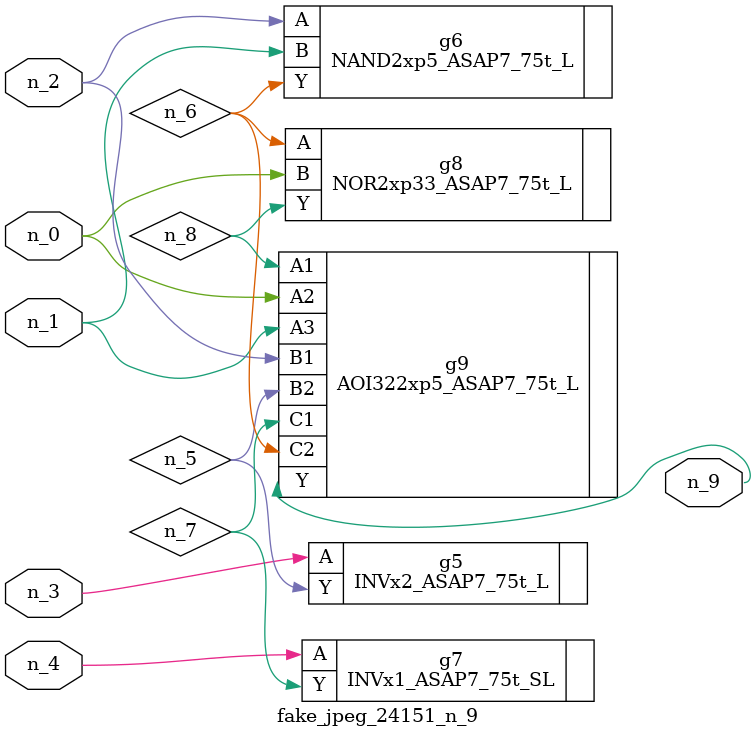
<source format=v>
module fake_jpeg_24151_n_9 (n_3, n_2, n_1, n_0, n_4, n_9);

input n_3;
input n_2;
input n_1;
input n_0;
input n_4;

output n_9;

wire n_8;
wire n_6;
wire n_5;
wire n_7;

INVx2_ASAP7_75t_L g5 ( 
.A(n_3),
.Y(n_5)
);

NAND2xp5_ASAP7_75t_L g6 ( 
.A(n_2),
.B(n_1),
.Y(n_6)
);

INVx1_ASAP7_75t_SL g7 ( 
.A(n_4),
.Y(n_7)
);

NOR2xp33_ASAP7_75t_L g8 ( 
.A(n_6),
.B(n_0),
.Y(n_8)
);

AOI322xp5_ASAP7_75t_L g9 ( 
.A1(n_8),
.A2(n_0),
.A3(n_1),
.B1(n_2),
.B2(n_5),
.C1(n_7),
.C2(n_6),
.Y(n_9)
);


endmodule
</source>
